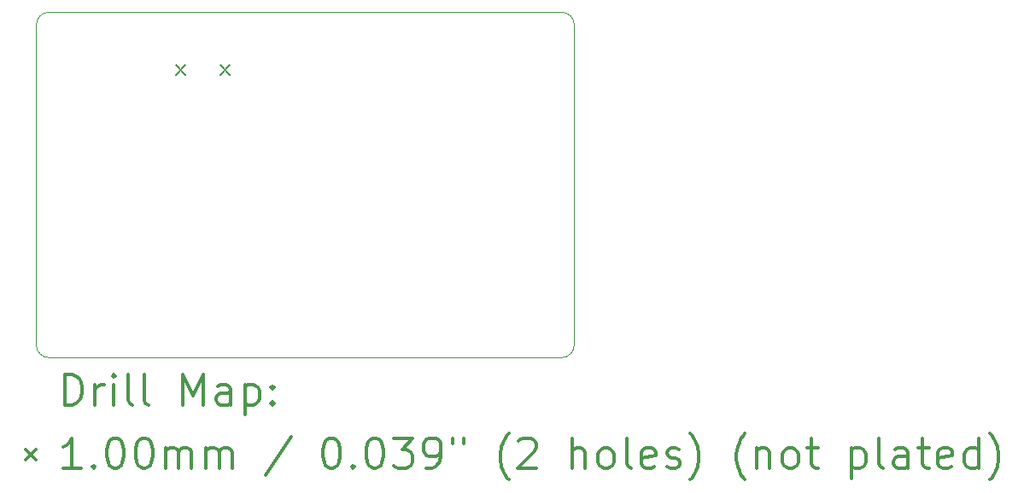
<source format=gbr>
%FSLAX45Y45*%
G04 Gerber Fmt 4.5, Leading zero omitted, Abs format (unit mm)*
G04 Created by KiCad (PCBNEW (5.1.2)-2) date 2019-08-11 21:37:22*
%MOMM*%
%LPD*%
G04 APERTURE LIST*
%ADD10C,0.050000*%
%ADD11C,0.200000*%
%ADD12C,0.300000*%
G04 APERTURE END LIST*
D10*
X17780000Y-14732000D02*
G75*
G02X17653000Y-14859000I-127000J0D01*
G01*
X17653000Y-11430000D02*
G75*
G02X17780000Y-11557000I0J-127000D01*
G01*
X12446000Y-11557000D02*
G75*
G02X12573000Y-11430000I127000J0D01*
G01*
X12573000Y-14859000D02*
G75*
G02X12446000Y-14732000I0J127000D01*
G01*
X17653000Y-14859000D02*
X12573000Y-14859000D01*
X17780000Y-11557000D02*
X17780000Y-14732000D01*
X12573000Y-11430000D02*
X17653000Y-11430000D01*
X12446000Y-14732000D02*
X12446000Y-11557000D01*
D11*
X13827000Y-11951500D02*
X13927000Y-12051500D01*
X13927000Y-11951500D02*
X13827000Y-12051500D01*
X14267000Y-11951500D02*
X14367000Y-12051500D01*
X14367000Y-11951500D02*
X14267000Y-12051500D01*
D12*
X12729928Y-15327214D02*
X12729928Y-15027214D01*
X12801357Y-15027214D01*
X12844214Y-15041500D01*
X12872786Y-15070071D01*
X12887071Y-15098643D01*
X12901357Y-15155786D01*
X12901357Y-15198643D01*
X12887071Y-15255786D01*
X12872786Y-15284357D01*
X12844214Y-15312929D01*
X12801357Y-15327214D01*
X12729928Y-15327214D01*
X13029928Y-15327214D02*
X13029928Y-15127214D01*
X13029928Y-15184357D02*
X13044214Y-15155786D01*
X13058500Y-15141500D01*
X13087071Y-15127214D01*
X13115643Y-15127214D01*
X13215643Y-15327214D02*
X13215643Y-15127214D01*
X13215643Y-15027214D02*
X13201357Y-15041500D01*
X13215643Y-15055786D01*
X13229928Y-15041500D01*
X13215643Y-15027214D01*
X13215643Y-15055786D01*
X13401357Y-15327214D02*
X13372786Y-15312929D01*
X13358500Y-15284357D01*
X13358500Y-15027214D01*
X13558500Y-15327214D02*
X13529928Y-15312929D01*
X13515643Y-15284357D01*
X13515643Y-15027214D01*
X13901357Y-15327214D02*
X13901357Y-15027214D01*
X14001357Y-15241500D01*
X14101357Y-15027214D01*
X14101357Y-15327214D01*
X14372786Y-15327214D02*
X14372786Y-15170071D01*
X14358500Y-15141500D01*
X14329928Y-15127214D01*
X14272786Y-15127214D01*
X14244214Y-15141500D01*
X14372786Y-15312929D02*
X14344214Y-15327214D01*
X14272786Y-15327214D01*
X14244214Y-15312929D01*
X14229928Y-15284357D01*
X14229928Y-15255786D01*
X14244214Y-15227214D01*
X14272786Y-15212929D01*
X14344214Y-15212929D01*
X14372786Y-15198643D01*
X14515643Y-15127214D02*
X14515643Y-15427214D01*
X14515643Y-15141500D02*
X14544214Y-15127214D01*
X14601357Y-15127214D01*
X14629928Y-15141500D01*
X14644214Y-15155786D01*
X14658500Y-15184357D01*
X14658500Y-15270071D01*
X14644214Y-15298643D01*
X14629928Y-15312929D01*
X14601357Y-15327214D01*
X14544214Y-15327214D01*
X14515643Y-15312929D01*
X14787071Y-15298643D02*
X14801357Y-15312929D01*
X14787071Y-15327214D01*
X14772786Y-15312929D01*
X14787071Y-15298643D01*
X14787071Y-15327214D01*
X14787071Y-15141500D02*
X14801357Y-15155786D01*
X14787071Y-15170071D01*
X14772786Y-15155786D01*
X14787071Y-15141500D01*
X14787071Y-15170071D01*
X12343500Y-15771500D02*
X12443500Y-15871500D01*
X12443500Y-15771500D02*
X12343500Y-15871500D01*
X12887071Y-15957214D02*
X12715643Y-15957214D01*
X12801357Y-15957214D02*
X12801357Y-15657214D01*
X12772786Y-15700071D01*
X12744214Y-15728643D01*
X12715643Y-15742929D01*
X13015643Y-15928643D02*
X13029928Y-15942929D01*
X13015643Y-15957214D01*
X13001357Y-15942929D01*
X13015643Y-15928643D01*
X13015643Y-15957214D01*
X13215643Y-15657214D02*
X13244214Y-15657214D01*
X13272786Y-15671500D01*
X13287071Y-15685786D01*
X13301357Y-15714357D01*
X13315643Y-15771500D01*
X13315643Y-15842929D01*
X13301357Y-15900071D01*
X13287071Y-15928643D01*
X13272786Y-15942929D01*
X13244214Y-15957214D01*
X13215643Y-15957214D01*
X13187071Y-15942929D01*
X13172786Y-15928643D01*
X13158500Y-15900071D01*
X13144214Y-15842929D01*
X13144214Y-15771500D01*
X13158500Y-15714357D01*
X13172786Y-15685786D01*
X13187071Y-15671500D01*
X13215643Y-15657214D01*
X13501357Y-15657214D02*
X13529928Y-15657214D01*
X13558500Y-15671500D01*
X13572786Y-15685786D01*
X13587071Y-15714357D01*
X13601357Y-15771500D01*
X13601357Y-15842929D01*
X13587071Y-15900071D01*
X13572786Y-15928643D01*
X13558500Y-15942929D01*
X13529928Y-15957214D01*
X13501357Y-15957214D01*
X13472786Y-15942929D01*
X13458500Y-15928643D01*
X13444214Y-15900071D01*
X13429928Y-15842929D01*
X13429928Y-15771500D01*
X13444214Y-15714357D01*
X13458500Y-15685786D01*
X13472786Y-15671500D01*
X13501357Y-15657214D01*
X13729928Y-15957214D02*
X13729928Y-15757214D01*
X13729928Y-15785786D02*
X13744214Y-15771500D01*
X13772786Y-15757214D01*
X13815643Y-15757214D01*
X13844214Y-15771500D01*
X13858500Y-15800071D01*
X13858500Y-15957214D01*
X13858500Y-15800071D02*
X13872786Y-15771500D01*
X13901357Y-15757214D01*
X13944214Y-15757214D01*
X13972786Y-15771500D01*
X13987071Y-15800071D01*
X13987071Y-15957214D01*
X14129928Y-15957214D02*
X14129928Y-15757214D01*
X14129928Y-15785786D02*
X14144214Y-15771500D01*
X14172786Y-15757214D01*
X14215643Y-15757214D01*
X14244214Y-15771500D01*
X14258500Y-15800071D01*
X14258500Y-15957214D01*
X14258500Y-15800071D02*
X14272786Y-15771500D01*
X14301357Y-15757214D01*
X14344214Y-15757214D01*
X14372786Y-15771500D01*
X14387071Y-15800071D01*
X14387071Y-15957214D01*
X14972786Y-15642929D02*
X14715643Y-16028643D01*
X15358500Y-15657214D02*
X15387071Y-15657214D01*
X15415643Y-15671500D01*
X15429928Y-15685786D01*
X15444214Y-15714357D01*
X15458500Y-15771500D01*
X15458500Y-15842929D01*
X15444214Y-15900071D01*
X15429928Y-15928643D01*
X15415643Y-15942929D01*
X15387071Y-15957214D01*
X15358500Y-15957214D01*
X15329928Y-15942929D01*
X15315643Y-15928643D01*
X15301357Y-15900071D01*
X15287071Y-15842929D01*
X15287071Y-15771500D01*
X15301357Y-15714357D01*
X15315643Y-15685786D01*
X15329928Y-15671500D01*
X15358500Y-15657214D01*
X15587071Y-15928643D02*
X15601357Y-15942929D01*
X15587071Y-15957214D01*
X15572786Y-15942929D01*
X15587071Y-15928643D01*
X15587071Y-15957214D01*
X15787071Y-15657214D02*
X15815643Y-15657214D01*
X15844214Y-15671500D01*
X15858500Y-15685786D01*
X15872786Y-15714357D01*
X15887071Y-15771500D01*
X15887071Y-15842929D01*
X15872786Y-15900071D01*
X15858500Y-15928643D01*
X15844214Y-15942929D01*
X15815643Y-15957214D01*
X15787071Y-15957214D01*
X15758500Y-15942929D01*
X15744214Y-15928643D01*
X15729928Y-15900071D01*
X15715643Y-15842929D01*
X15715643Y-15771500D01*
X15729928Y-15714357D01*
X15744214Y-15685786D01*
X15758500Y-15671500D01*
X15787071Y-15657214D01*
X15987071Y-15657214D02*
X16172786Y-15657214D01*
X16072786Y-15771500D01*
X16115643Y-15771500D01*
X16144214Y-15785786D01*
X16158500Y-15800071D01*
X16172786Y-15828643D01*
X16172786Y-15900071D01*
X16158500Y-15928643D01*
X16144214Y-15942929D01*
X16115643Y-15957214D01*
X16029928Y-15957214D01*
X16001357Y-15942929D01*
X15987071Y-15928643D01*
X16315643Y-15957214D02*
X16372786Y-15957214D01*
X16401357Y-15942929D01*
X16415643Y-15928643D01*
X16444214Y-15885786D01*
X16458500Y-15828643D01*
X16458500Y-15714357D01*
X16444214Y-15685786D01*
X16429928Y-15671500D01*
X16401357Y-15657214D01*
X16344214Y-15657214D01*
X16315643Y-15671500D01*
X16301357Y-15685786D01*
X16287071Y-15714357D01*
X16287071Y-15785786D01*
X16301357Y-15814357D01*
X16315643Y-15828643D01*
X16344214Y-15842929D01*
X16401357Y-15842929D01*
X16429928Y-15828643D01*
X16444214Y-15814357D01*
X16458500Y-15785786D01*
X16572786Y-15657214D02*
X16572786Y-15714357D01*
X16687071Y-15657214D02*
X16687071Y-15714357D01*
X17129928Y-16071500D02*
X17115643Y-16057214D01*
X17087071Y-16014357D01*
X17072786Y-15985786D01*
X17058500Y-15942929D01*
X17044214Y-15871500D01*
X17044214Y-15814357D01*
X17058500Y-15742929D01*
X17072786Y-15700071D01*
X17087071Y-15671500D01*
X17115643Y-15628643D01*
X17129928Y-15614357D01*
X17229928Y-15685786D02*
X17244214Y-15671500D01*
X17272786Y-15657214D01*
X17344214Y-15657214D01*
X17372786Y-15671500D01*
X17387071Y-15685786D01*
X17401357Y-15714357D01*
X17401357Y-15742929D01*
X17387071Y-15785786D01*
X17215643Y-15957214D01*
X17401357Y-15957214D01*
X17758500Y-15957214D02*
X17758500Y-15657214D01*
X17887071Y-15957214D02*
X17887071Y-15800071D01*
X17872786Y-15771500D01*
X17844214Y-15757214D01*
X17801357Y-15757214D01*
X17772786Y-15771500D01*
X17758500Y-15785786D01*
X18072786Y-15957214D02*
X18044214Y-15942929D01*
X18029928Y-15928643D01*
X18015643Y-15900071D01*
X18015643Y-15814357D01*
X18029928Y-15785786D01*
X18044214Y-15771500D01*
X18072786Y-15757214D01*
X18115643Y-15757214D01*
X18144214Y-15771500D01*
X18158500Y-15785786D01*
X18172786Y-15814357D01*
X18172786Y-15900071D01*
X18158500Y-15928643D01*
X18144214Y-15942929D01*
X18115643Y-15957214D01*
X18072786Y-15957214D01*
X18344214Y-15957214D02*
X18315643Y-15942929D01*
X18301357Y-15914357D01*
X18301357Y-15657214D01*
X18572786Y-15942929D02*
X18544214Y-15957214D01*
X18487071Y-15957214D01*
X18458500Y-15942929D01*
X18444214Y-15914357D01*
X18444214Y-15800071D01*
X18458500Y-15771500D01*
X18487071Y-15757214D01*
X18544214Y-15757214D01*
X18572786Y-15771500D01*
X18587071Y-15800071D01*
X18587071Y-15828643D01*
X18444214Y-15857214D01*
X18701357Y-15942929D02*
X18729928Y-15957214D01*
X18787071Y-15957214D01*
X18815643Y-15942929D01*
X18829928Y-15914357D01*
X18829928Y-15900071D01*
X18815643Y-15871500D01*
X18787071Y-15857214D01*
X18744214Y-15857214D01*
X18715643Y-15842929D01*
X18701357Y-15814357D01*
X18701357Y-15800071D01*
X18715643Y-15771500D01*
X18744214Y-15757214D01*
X18787071Y-15757214D01*
X18815643Y-15771500D01*
X18929928Y-16071500D02*
X18944214Y-16057214D01*
X18972786Y-16014357D01*
X18987071Y-15985786D01*
X19001357Y-15942929D01*
X19015643Y-15871500D01*
X19015643Y-15814357D01*
X19001357Y-15742929D01*
X18987071Y-15700071D01*
X18972786Y-15671500D01*
X18944214Y-15628643D01*
X18929928Y-15614357D01*
X19472786Y-16071500D02*
X19458500Y-16057214D01*
X19429928Y-16014357D01*
X19415643Y-15985786D01*
X19401357Y-15942929D01*
X19387071Y-15871500D01*
X19387071Y-15814357D01*
X19401357Y-15742929D01*
X19415643Y-15700071D01*
X19429928Y-15671500D01*
X19458500Y-15628643D01*
X19472786Y-15614357D01*
X19587071Y-15757214D02*
X19587071Y-15957214D01*
X19587071Y-15785786D02*
X19601357Y-15771500D01*
X19629928Y-15757214D01*
X19672786Y-15757214D01*
X19701357Y-15771500D01*
X19715643Y-15800071D01*
X19715643Y-15957214D01*
X19901357Y-15957214D02*
X19872786Y-15942929D01*
X19858500Y-15928643D01*
X19844214Y-15900071D01*
X19844214Y-15814357D01*
X19858500Y-15785786D01*
X19872786Y-15771500D01*
X19901357Y-15757214D01*
X19944214Y-15757214D01*
X19972786Y-15771500D01*
X19987071Y-15785786D01*
X20001357Y-15814357D01*
X20001357Y-15900071D01*
X19987071Y-15928643D01*
X19972786Y-15942929D01*
X19944214Y-15957214D01*
X19901357Y-15957214D01*
X20087071Y-15757214D02*
X20201357Y-15757214D01*
X20129928Y-15657214D02*
X20129928Y-15914357D01*
X20144214Y-15942929D01*
X20172786Y-15957214D01*
X20201357Y-15957214D01*
X20529928Y-15757214D02*
X20529928Y-16057214D01*
X20529928Y-15771500D02*
X20558500Y-15757214D01*
X20615643Y-15757214D01*
X20644214Y-15771500D01*
X20658500Y-15785786D01*
X20672786Y-15814357D01*
X20672786Y-15900071D01*
X20658500Y-15928643D01*
X20644214Y-15942929D01*
X20615643Y-15957214D01*
X20558500Y-15957214D01*
X20529928Y-15942929D01*
X20844214Y-15957214D02*
X20815643Y-15942929D01*
X20801357Y-15914357D01*
X20801357Y-15657214D01*
X21087071Y-15957214D02*
X21087071Y-15800071D01*
X21072786Y-15771500D01*
X21044214Y-15757214D01*
X20987071Y-15757214D01*
X20958500Y-15771500D01*
X21087071Y-15942929D02*
X21058500Y-15957214D01*
X20987071Y-15957214D01*
X20958500Y-15942929D01*
X20944214Y-15914357D01*
X20944214Y-15885786D01*
X20958500Y-15857214D01*
X20987071Y-15842929D01*
X21058500Y-15842929D01*
X21087071Y-15828643D01*
X21187071Y-15757214D02*
X21301357Y-15757214D01*
X21229928Y-15657214D02*
X21229928Y-15914357D01*
X21244214Y-15942929D01*
X21272786Y-15957214D01*
X21301357Y-15957214D01*
X21515643Y-15942929D02*
X21487071Y-15957214D01*
X21429928Y-15957214D01*
X21401357Y-15942929D01*
X21387071Y-15914357D01*
X21387071Y-15800071D01*
X21401357Y-15771500D01*
X21429928Y-15757214D01*
X21487071Y-15757214D01*
X21515643Y-15771500D01*
X21529928Y-15800071D01*
X21529928Y-15828643D01*
X21387071Y-15857214D01*
X21787071Y-15957214D02*
X21787071Y-15657214D01*
X21787071Y-15942929D02*
X21758500Y-15957214D01*
X21701357Y-15957214D01*
X21672786Y-15942929D01*
X21658500Y-15928643D01*
X21644214Y-15900071D01*
X21644214Y-15814357D01*
X21658500Y-15785786D01*
X21672786Y-15771500D01*
X21701357Y-15757214D01*
X21758500Y-15757214D01*
X21787071Y-15771500D01*
X21901357Y-16071500D02*
X21915643Y-16057214D01*
X21944214Y-16014357D01*
X21958500Y-15985786D01*
X21972786Y-15942929D01*
X21987071Y-15871500D01*
X21987071Y-15814357D01*
X21972786Y-15742929D01*
X21958500Y-15700071D01*
X21944214Y-15671500D01*
X21915643Y-15628643D01*
X21901357Y-15614357D01*
M02*

</source>
